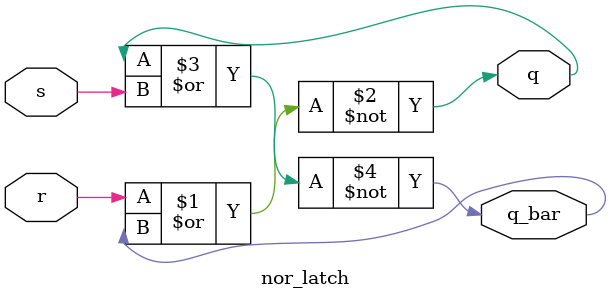
<source format=v>
module nor_latch(input s,r,output q,q_bar);
  nor(q,r,q_bar);
  nor(q_bar,q,s);
endmodule

</source>
